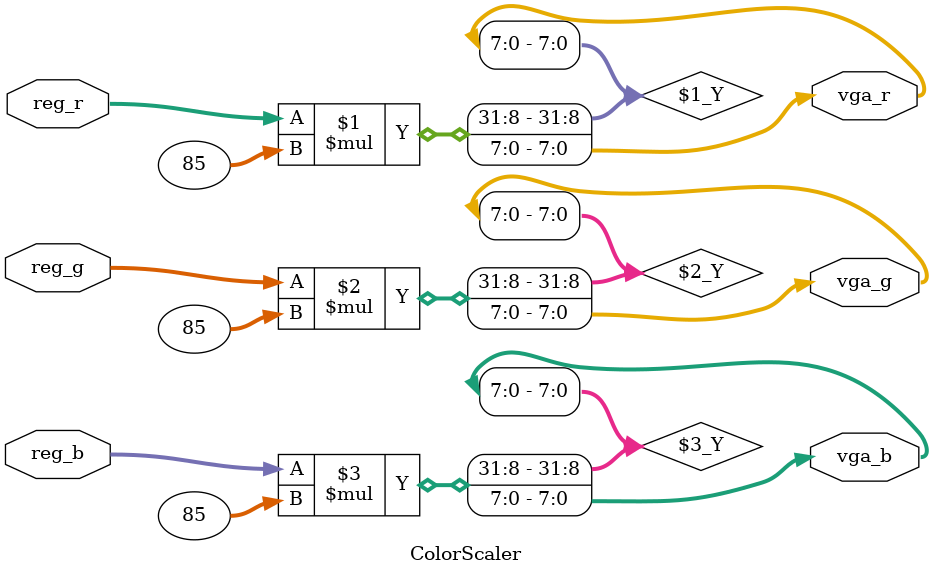
<source format=v>
module ColorScaler (
    input wire [2:0] reg_r,
    input wire [2:0] reg_g,
    input wire [2:0] reg_b,
    output wire [7:0] vga_r,
    output wire [7:0] vga_g,
    output wire [7:0] vga_b
);

assign vga_r = reg_r * 85;
assign vga_g = reg_g * 85;
assign vga_b = reg_b * 85;

endmodule
</source>
